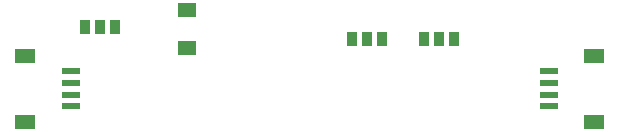
<source format=gbp>
G04 #@! TF.GenerationSoftware,KiCad,Pcbnew,(5.1.6-0-10_14)*
G04 #@! TF.CreationDate,2020-07-31T12:54:26-07:00*
G04 #@! TF.ProjectId,Stemma_Host_FeatherWing,5374656d-6d61-45f4-986f-73745f466561,v03*
G04 #@! TF.SameCoordinates,Original*
G04 #@! TF.FileFunction,Paste,Bot*
G04 #@! TF.FilePolarity,Positive*
%FSLAX46Y46*%
G04 Gerber Fmt 4.6, Leading zero omitted, Abs format (unit mm)*
G04 Created by KiCad (PCBNEW (5.1.6-0-10_14)) date 2020-07-31 12:54:26*
%MOMM*%
%LPD*%
G01*
G04 APERTURE LIST*
%ADD10R,1.800000X1.200000*%
%ADD11R,1.550000X0.600000*%
%ADD12R,0.970000X1.270000*%
%ADD13R,1.600000X1.200000*%
G04 APERTURE END LIST*
D10*
X108762500Y-92450000D03*
X108762500Y-98050000D03*
D11*
X112637500Y-93750000D03*
X112637500Y-94750000D03*
X112637500Y-95750000D03*
X112637500Y-96750000D03*
D10*
X156937500Y-98050000D03*
X156937500Y-92450000D03*
D11*
X153062500Y-96750000D03*
X153062500Y-95750000D03*
X153062500Y-94750000D03*
X153062500Y-93750000D03*
D12*
X136398000Y-91059000D03*
X137668000Y-91059000D03*
X138938000Y-91059000D03*
X145034000Y-91059000D03*
X143764000Y-91059000D03*
X142494000Y-91059000D03*
D13*
X122428000Y-91824000D03*
X122428000Y-88624000D03*
D12*
X116370000Y-90050000D03*
X115100000Y-90050000D03*
X113830000Y-90050000D03*
M02*

</source>
